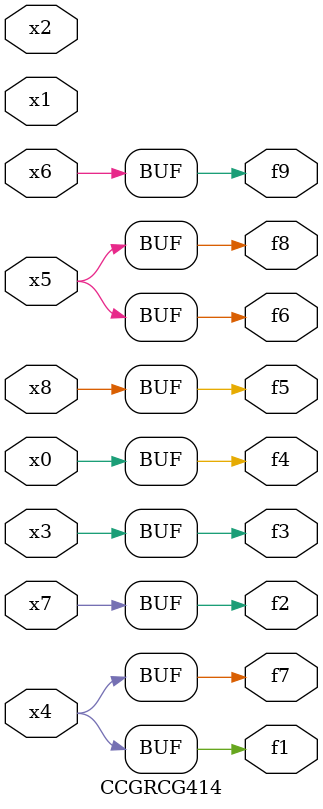
<source format=v>
module CCGRCG414(
	input x0, x1, x2, x3, x4, x5, x6, x7, x8,
	output f1, f2, f3, f4, f5, f6, f7, f8, f9
);
	assign f1 = x4;
	assign f2 = x7;
	assign f3 = x3;
	assign f4 = x0;
	assign f5 = x8;
	assign f6 = x5;
	assign f7 = x4;
	assign f8 = x5;
	assign f9 = x6;
endmodule

</source>
